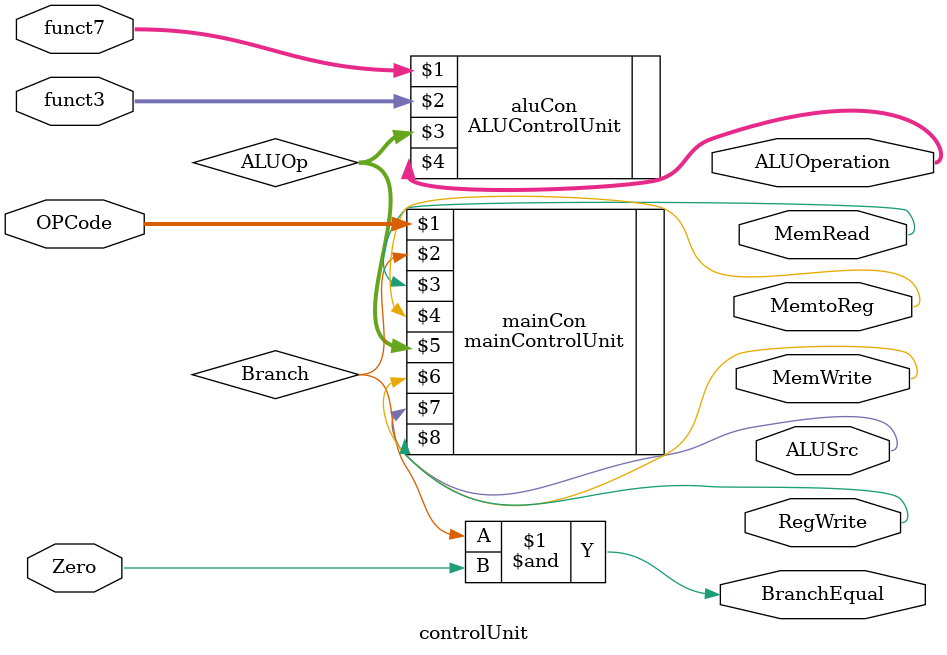
<source format=sv>
module controlUnit(input  logic [6:0] funct7,
		   input  logic [2:0] funct3,
		   input  logic [6:0] OPCode,
		   input  logic       Zero,
		   output logic       BranchEqual,
		   output logic       MemRead,
		   output logic       MemtoReg,
		   output logic [3:0] ALUOperation,
		   output logic       MemWrite,
		   output logic       ALUSrc,
		   output logic       RegWrite);
	
	logic [1:0] ALUOp;
	logic Branch;
	
	mainControlUnit mainCon(OPCode, Branch, MemRead, MemtoReg, ALUOp, MemWrite, ALUSrc, RegWrite);
	ALUControlUnit  aluCon (funct7, funct3, ALUOp, ALUOperation);
	assign BranchEqual = Branch & Zero;
	
endmodule

</source>
